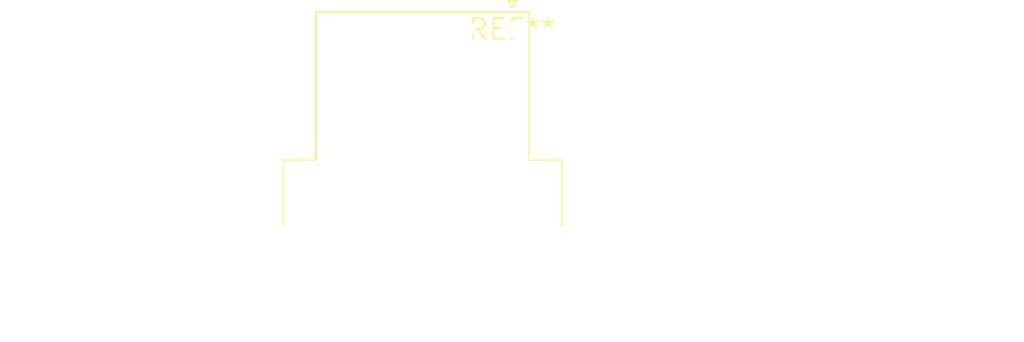
<source format=kicad_pcb>
(kicad_pcb (version 20240108) (generator pcbnew)
  (layers (0 "F.Cu" signal) (31 "B.Cu" signal) (34 "B.Paste" user) (35 "F.Paste" user) (36 "B.SilkS" user "B.Silkscreen") (37 "F.SilkS" user "F.Silkscreen") (38 "B.Mask" user) (39 "F.Mask" user) (44 "Edge.Cuts" user))
  (net 0 "")
  (footprint "DSUB-9_Female_Horizontal_P2.77x2.84mm_EdgePinOffset9.40mm" (layer "F.Cu") (at 0 0)
    (property "Reference" "REF**")
    (property "Value" "DSUB-9_Female_Horizontal_P2.77x2.84mm_EdgePinOffset9.40mm")
    (fp_line (start -14.15 8.08) (end -12.14 8.08) (layer "F.SilkS") (stroke (width 0.12)))
    (fp_line (start -14.15 12.18) (end -14.15 8.08) (layer "F.SilkS") (stroke (width 0.12)))
    (fp_line (start -12.14 -1.06) (end 1.06 -1.06) (layer "F.SilkS") (stroke (width 0.12)))
    (fp_line (start -12.14 8.08) (end -12.14 -1.06) (layer "F.SilkS") (stroke (width 0.12)))
    (fp_line (start -0.25 -1.754338) (end 0.25 -1.754338) (layer "F.SilkS") (stroke (width 0.12)))
    (fp_line (start 0 -1.321325) (end -0.25 -1.754338) (layer "F.SilkS") (stroke (width 0.12)))
    (fp_line (start 0.25 -1.754338) (end 0 -1.321325) (layer "F.SilkS") (stroke (width 0.12)))
    (fp_line (start 1.06 -1.06) (end 1.06 8.08) (layer "F.SilkS") (stroke (width 0.12)))
    (fp_line (start 1.06 8.08) (end 3.07 8.08) (layer "F.SilkS") (stroke (width 0.12)))
    (fp_line (start 3.07 8.08) (end 3.07 12.18) (layer "F.SilkS") (stroke (width 0.12)))
    (pad "1" thru_hole rect (at 0 0) (size 1.6 1.6) (drill 1) (layers *.Cu *.Mask) (remove_unused_layers))
    (pad "2" thru_hole circle (at -2.77 0) (size 1.6 1.6) (drill 1) (layers *.Cu *.Mask) (remove_unused_layers))
    (pad "3" thru_hole circle (at -5.54 0) (size 1.6 1.6) (drill 1) (layers *.Cu *.Mask) (remove_unused_layers))
    (pad "4" thru_hole circle (at -8.31 0) (size 1.6 1.6) (drill 1) (layers *.Cu *.Mask) (remove_unused_layers))
    (pad "5" thru_hole circle (at -11.08 0) (size 1.6 1.6) (drill 1) (layers *.Cu *.Mask) (remove_unused_layers))
    (pad "6" thru_hole circle (at -1.385 2.84) (size 1.6 1.6) (drill 1) (layers *.Cu *.Mask) (remove_unused_layers))
    (pad "7" thru_hole circle (at -4.155 2.84) (size 1.6 1.6) (drill 1) (layers *.Cu *.Mask) (remove_unused_layers))
    (pad "8" thru_hole circle (at -6.925 2.84) (size 1.6 1.6) (drill 1) (layers *.Cu *.Mask) (remove_unused_layers))
    (pad "9" thru_hole circle (at -9.695 2.84) (size 1.6 1.6) (drill 1) (layers *.Cu *.Mask) (remove_unused_layers))
  )
)
</source>
